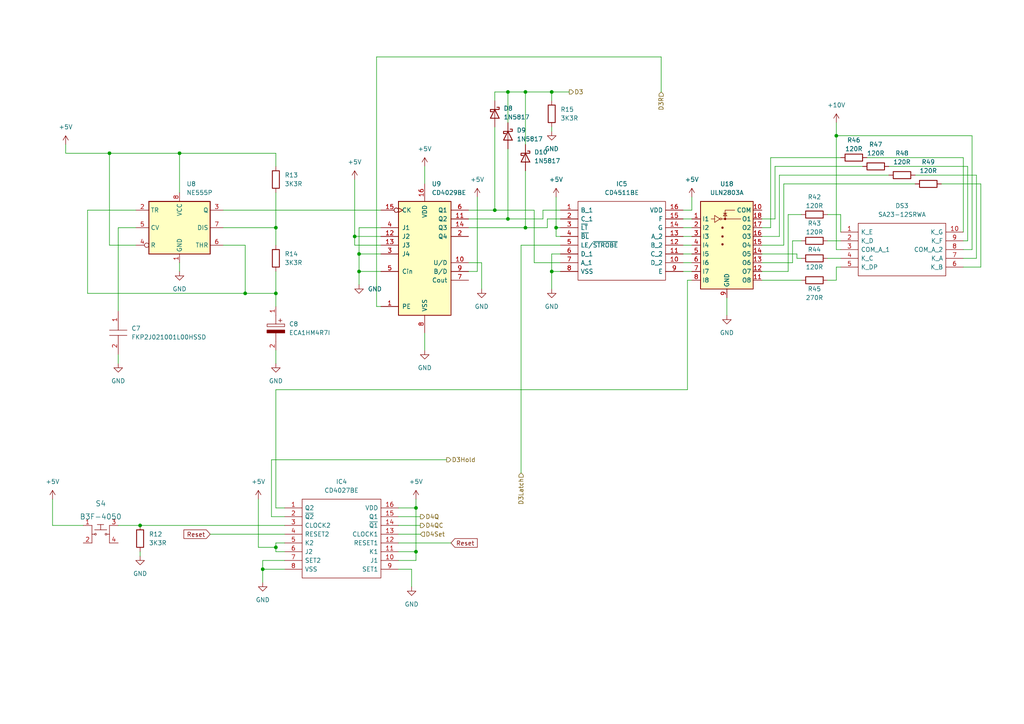
<source format=kicad_sch>
(kicad_sch (version 20211123) (generator eeschema)
  (paper "A4")
  (lib_symbols
    (symbol "4xxx:4029" (pin_names (offset 1.016))
      (property "Reference" "U" (at -7.62 16.51 0))
      (property "Value" "4029" (at -7.62 -19.05 0))
      (symbol "4029_1_0"
        (pin input line (at -12.7 -15.24 0) (length 5.08) (name "PE") (number "1"))
        (pin input line (at 12.7 -2.54 180) (length 5.08) (name "U/D") (number "10"))
        (pin output line (at 12.7 10.16 180) (length 5.08) (name "Q2") (number "11"))
        (pin input line (at -12.7 5.08 0) (length 5.08) (name "J2") (number "12"))
        (pin input line (at -12.7 2.54 0) (length 5.08) (name "J3") (number "13"))
        (pin output line (at 12.7 7.62 180) (length 5.08) (name "Q3") (number "14"))
        (pin input inverted_clock (at -12.7 12.7 0) (length 5.08) (name "CK") (number "15"))
        (pin power_in line (at 0 20.32 270) (length 5.08) (name "VDD") (number "16"))
        (pin output line (at 12.7 5.08 180) (length 5.08) (name "Q4") (number "2"))
        (pin input line (at -12.7 0 0) (length 5.08) (name "J4") (number "3"))
        (pin input line (at -12.7 7.62 0) (length 5.08) (name "J1") (number "4"))
        (pin input line (at -12.7 -5.08 0) (length 5.08) (name "Cin") (number "5"))
        (pin output line (at 12.7 12.7 180) (length 5.08) (name "Q1") (number "6"))
        (pin output line (at 12.7 -7.62 180) (length 5.08) (name "Cout") (number "7"))
        (pin power_in line (at 0 -22.86 90) (length 5.08) (name "VSS") (number "8"))
        (pin input line (at 12.7 -5.08 180) (length 5.08) (name "B/D") (number "9"))
      )
      (symbol "4029_1_1"
        (rectangle (start -7.62 15.24) (end 7.62 -17.78) (stroke (width 0.254)) (fill (type background)))
      )
    )
    (symbol "Device:R" (pin_numbers hide) (pin_names (offset 0))
      (property "Reference" "R" (at 2.032 0 90))
      (property "Value" "R" (at 0 0 90))
      (symbol "R_0_1"
        (rectangle (start -1.016 -2.54) (end 1.016 2.54) (stroke (width 0.254)))
      )
      (symbol "R_1_1"
        (pin passive line (at 0 3.81 270) (length 1.27) (name "~") (number "1"))
        (pin passive line (at 0 -3.81 90) (length 1.27) (name "~") (number "2"))
      )
    )
    (symbol "Diode:1N5817" (pin_numbers hide) (pin_names (offset 1.016) hide)
      (property "Reference" "D" (at 0 2.54 0))
      (property "Value" "1N5817" (at 0 -2.54 0))
      (symbol "1N5817_0_1"
        (polyline (pts (xy 1.27 0) (xy -1.27 0)))
        (polyline (pts (xy 1.27 1.27) (xy 1.27 -1.27) (xy -1.27 0) (xy 1.27 1.27)) (stroke (width 0.254)))
        (polyline (pts (xy -1.905 0.635) (xy -1.905 1.27) (xy -1.27 1.27) (xy -1.27 -1.27) (xy -0.635 -1.27) (xy -0.635 -0.635)) (stroke (width 0.254)))
      )
      (symbol "1N5817_1_1"
        (pin passive line (at -3.81 0 0) (length 2.54) (name "K") (number "1"))
        (pin passive line (at 3.81 0 180) (length 2.54) (name "A") (number "2"))
      )
    )
    (symbol "SamacSys_Parts:CD4027BE" (pin_names (offset 0.762))
      (property "Reference" "IC" (at 29.21 7.62 0))
      (property "Value" "CD4027BE" (at 29.21 5.08 0))
      (symbol "CD4027BE_0_0"
        (pin passive line (at 0 0 0) (length 5.08) (name "Q2") (number "1"))
        (pin passive line (at 33.02 -15.24 180) (length 5.08) (name "J1") (number "10"))
        (pin passive line (at 33.02 -12.7 180) (length 5.08) (name "K1") (number "11"))
        (pin passive line (at 33.02 -10.16 180) (length 5.08) (name "RESET1") (number "12"))
        (pin input line (at 33.02 -7.62 180) (length 5.08) (name "CLOCK1") (number "13"))
        (pin passive line (at 33.02 -5.08 180) (length 5.08) (name "~{Q1}") (number "14"))
        (pin passive line (at 33.02 -2.54 180) (length 5.08) (name "Q1") (number "15"))
        (pin power_in line (at 33.02 0 180) (length 5.08) (name "VDD") (number "16"))
        (pin passive line (at 0 -2.54 0) (length 5.08) (name "~{Q2}") (number "2"))
        (pin input line (at 0 -5.08 0) (length 5.08) (name "CLOCK2") (number "3"))
        (pin passive line (at 0 -7.62 0) (length 5.08) (name "RESET2") (number "4"))
        (pin passive line (at 0 -10.16 0) (length 5.08) (name "K2") (number "5"))
        (pin passive line (at 0 -12.7 0) (length 5.08) (name "J2") (number "6"))
        (pin passive line (at 0 -15.24 0) (length 5.08) (name "SET2") (number "7"))
        (pin power_in line (at 0 -17.78 0) (length 5.08) (name "VSS") (number "8"))
        (pin passive line (at 33.02 -17.78 180) (length 5.08) (name "SET1") (number "9"))
      )
      (symbol "CD4027BE_0_1"
        (polyline (pts (xy 5.08 2.54) (xy 27.94 2.54) (xy 27.94 -20.32) (xy 5.08 -20.32) (xy 5.08 2.54)) (stroke (width 0.1524)))
      )
    )
    (symbol "SamacSys_Parts:CD4511BE" (pin_names (offset 0.762))
      (property "Reference" "IC" (at 31.75 7.62 0))
      (property "Value" "CD4511BE" (at 31.75 5.08 0))
      (symbol "CD4511BE_0_0"
        (pin passive line (at 0 0 0) (length 5.08) (name "B_1") (number "1"))
        (pin passive line (at 35.56 -15.24 180) (length 5.08) (name "D_2") (number "10"))
        (pin passive line (at 35.56 -12.7 180) (length 5.08) (name "C_2") (number "11"))
        (pin passive line (at 35.56 -10.16 180) (length 5.08) (name "B_2") (number "12"))
        (pin passive line (at 35.56 -7.62 180) (length 5.08) (name "A_2") (number "13"))
        (pin passive line (at 35.56 -5.08 180) (length 5.08) (name "G") (number "14"))
        (pin passive line (at 35.56 -2.54 180) (length 5.08) (name "F") (number "15"))
        (pin passive line (at 35.56 0 180) (length 5.08) (name "VDD") (number "16"))
        (pin passive line (at 0 -2.54 0) (length 5.08) (name "C_1") (number "2"))
        (pin passive line (at 0 -5.08 0) (length 5.08) (name "~{LT}") (number "3"))
        (pin passive line (at 0 -7.62 0) (length 5.08) (name "~{BL}") (number "4"))
        (pin passive line (at 0 -10.16 0) (length 5.08) (name "LE/~{STROBE}") (number "5"))
        (pin passive line (at 0 -12.7 0) (length 5.08) (name "D_1") (number "6"))
        (pin passive line (at 0 -15.24 0) (length 5.08) (name "A_1") (number "7"))
        (pin passive line (at 0 -17.78 0) (length 5.08) (name "VSS") (number "8"))
        (pin passive line (at 35.56 -17.78 180) (length 5.08) (name "E") (number "9"))
      )
      (symbol "CD4511BE_0_1"
        (polyline (pts (xy 5.08 2.54) (xy 30.48 2.54) (xy 30.48 -20.32) (xy 5.08 -20.32) (xy 5.08 2.54)) (stroke (width 0.1524)))
      )
    )
    (symbol "SamacSys_Parts:ECA1HM4R7I" (pin_names (offset 0.762))
      (property "Reference" "C" (at 8.89 6.35 0))
      (property "Value" "ECA1HM4R7I" (at 8.89 3.81 0))
      (symbol "ECA1HM4R7I_0_0"
        (pin passive line (at 0 0 0) (length 2.54) (name "~") (number "1"))
        (pin passive line (at 12.7 0 180) (length 2.54) (name "~") (number "2"))
      )
      (symbol "ECA1HM4R7I_0_1"
        (polyline (pts (xy 2.54 0) (xy 5.08 0)) (stroke (width 0.1524)))
        (polyline (pts (xy 4.064 1.778) (xy 4.064 0.762)) (stroke (width 0.1524)))
        (polyline (pts (xy 4.572 1.27) (xy 3.556 1.27)) (stroke (width 0.1524)))
        (polyline (pts (xy 7.62 0) (xy 10.16 0)) (stroke (width 0.1524)))
        (polyline (pts (xy 5.08 2.54) (xy 5.08 -2.54) (xy 5.842 -2.54) (xy 5.842 2.54) (xy 5.08 2.54)) (stroke (width 0.1524)))
        (polyline (pts (xy 7.62 2.54) (xy 7.62 -2.54) (xy 6.858 -2.54) (xy 6.858 2.54) (xy 7.62 2.54)) (stroke (width 0.254)) (fill (type outline)))
      )
    )
    (symbol "SamacSys_Parts:FKP2J021001L00HSSD" (pin_names (offset 0.762))
      (property "Reference" "C" (at 8.89 6.35 0))
      (property "Value" "FKP2J021001L00HSSD" (at 8.89 3.81 0))
      (symbol "FKP2J021001L00HSSD_0_0"
        (pin passive line (at 0 0 0) (length 5.08) (name "~") (number "1"))
        (pin passive line (at 12.7 0 180) (length 5.08) (name "~") (number "2"))
      )
      (symbol "FKP2J021001L00HSSD_0_1"
        (polyline (pts (xy 5.08 0) (xy 5.588 0)) (stroke (width 0.1524)))
        (polyline (pts (xy 5.588 2.54) (xy 5.588 -2.54)) (stroke (width 0.1524)))
        (polyline (pts (xy 7.112 0) (xy 7.62 0)) (stroke (width 0.1524)))
        (polyline (pts (xy 7.112 2.54) (xy 7.112 -2.54)) (stroke (width 0.1524)))
      )
    )
    (symbol "Timer:NE555P"
      (property "Reference" "U" (at -10.16 8.89 0))
      (property "Value" "NE555P" (at 2.54 8.89 0))
      (symbol "NE555P_0_0"
        (pin power_in line (at 0 -10.16 90) (length 2.54) (name "GND") (number "1"))
        (pin power_in line (at 0 10.16 270) (length 2.54) (name "VCC") (number "8"))
      )
      (symbol "NE555P_0_1"
        (rectangle (start -8.89 -7.62) (end 8.89 7.62) (stroke (width 0.254)) (fill (type background)))
        (rectangle (start -8.89 -7.62) (end 8.89 7.62) (stroke (width 0.254)) (fill (type background)))
      )
      (symbol "NE555P_1_1"
        (pin input line (at -12.7 5.08 0) (length 3.81) (name "TR") (number "2"))
        (pin output line (at 12.7 5.08 180) (length 3.81) (name "Q") (number "3"))
        (pin input inverted (at -12.7 -5.08 0) (length 3.81) (name "R") (number "4"))
        (pin input line (at -12.7 0 0) (length 3.81) (name "CV") (number "5"))
        (pin input line (at 12.7 -5.08 180) (length 3.81) (name "THR") (number "6"))
        (pin input line (at 12.7 0 180) (length 3.81) (name "DIS") (number "7"))
      )
    )
    (symbol "Transistor_Array:ULN2803A"
      (property "Reference" "U" (at 0 13.335 0))
      (property "Value" "ULN2803A" (at 0 11.43 0))
      (symbol "ULN2803A_0_1"
        (rectangle (start -7.62 -15.24) (end 7.62 10.16) (stroke (width 0.254)) (fill (type background)))
        (circle (center -1.778 5.08) (radius 0.254))
        (circle (center -1.27 -2.286) (radius 0.254) (fill (type outline)))
        (circle (center -1.27 0) (radius 0.254) (fill (type outline)))
        (circle (center -1.27 2.54) (radius 0.254) (fill (type outline)))
        (circle (center -0.508 5.08) (radius 0.254) (fill (type outline)))
        (polyline (pts (xy -4.572 5.08) (xy -3.556 5.08)))
        (polyline (pts (xy -1.524 5.08) (xy 4.064 5.08)))
        (polyline (pts (xy 0 6.731) (xy -1.016 6.731)))
        (polyline (pts (xy -0.508 5.08) (xy -0.508 7.62) (xy 2.286 7.62)))
        (polyline (pts (xy -3.556 6.096) (xy -3.556 4.064) (xy -2.032 5.08) (xy -3.556 6.096)))
        (polyline (pts (xy 0 5.969) (xy -1.016 5.969) (xy -0.508 6.731) (xy 0 5.969)))
      )
      (symbol "ULN2803A_1_1"
        (pin input line (at -10.16 5.08 0) (length 2.54) (name "I1") (number "1"))
        (pin passive line (at 10.16 7.62 180) (length 2.54) (name "COM") (number "10"))
        (pin open_collector line (at 10.16 -12.7 180) (length 2.54) (name "O8") (number "11"))
        (pin open_collector line (at 10.16 -10.16 180) (length 2.54) (name "O7") (number "12"))
        (pin open_collector line (at 10.16 -7.62 180) (length 2.54) (name "O6") (number "13"))
        (pin open_collector line (at 10.16 -5.08 180) (length 2.54) (name "O5") (number "14"))
        (pin open_collector line (at 10.16 -2.54 180) (length 2.54) (name "O4") (number "15"))
        (pin open_collector line (at 10.16 0 180) (length 2.54) (name "O3") (number "16"))
        (pin open_collector line (at 10.16 2.54 180) (length 2.54) (name "O2") (number "17"))
        (pin open_collector line (at 10.16 5.08 180) (length 2.54) (name "O1") (number "18"))
        (pin input line (at -10.16 2.54 0) (length 2.54) (name "I2") (number "2"))
        (pin input line (at -10.16 0 0) (length 2.54) (name "I3") (number "3"))
        (pin input line (at -10.16 -2.54 0) (length 2.54) (name "I4") (number "4"))
        (pin input line (at -10.16 -5.08 0) (length 2.54) (name "I5") (number "5"))
        (pin input line (at -10.16 -7.62 0) (length 2.54) (name "I6") (number "6"))
        (pin input line (at -10.16 -10.16 0) (length 2.54) (name "I7") (number "7"))
        (pin input line (at -10.16 -12.7 0) (length 2.54) (name "I8") (number "8"))
        (pin power_in line (at 0 -17.78 90) (length 2.54) (name "GND") (number "9"))
      )
    )
    (symbol "dk_Tactile-Switches:B3F-1000" (pin_names (offset 1.016))
      (property "Reference" "S" (at 0 5.08 0))
      (property "Value" "B3F-1000" (at 0 -5.08 0))
      (symbol "B3F-1000_0_1"
        (circle (center -1.524 0) (radius 0.254))
        (polyline (pts (xy -2.54 2.54) (xy -2.54 -2.54)))
        (polyline (pts (xy -1.778 0) (xy -2.54 0)))
        (polyline (pts (xy -1.778 1.27) (xy 1.778 1.27)))
        (polyline (pts (xy 2.54 -2.54) (xy 2.54 2.54)))
        (polyline (pts (xy 2.54 0) (xy 1.778 0)))
        (circle (center 1.524 0) (radius 0.254))
      )
      (symbol "B3F-1000_1_1"
        (polyline (pts (xy -1.016 2.794) (xy 0.889 2.794)))
        (polyline (pts (xy 0 2.794) (xy 0 1.27)))
        (pin passive line (at -5.08 2.54 0) (length 2.54) (name "~") (number "1"))
        (pin passive line (at -5.08 -2.54 0) (length 2.54) (name "~") (number "2"))
        (pin passive line (at 5.08 2.54 180) (length 2.54) (name "~") (number "3"))
        (pin passive line (at 5.08 -2.54 180) (length 2.54) (name "~") (number "4"))
      )
    )
    (symbol "power:+10V" (power) (pin_names (offset 0))
      (property "Value" "+10V" (at 0 3.556 0))
      (symbol "+10V_0_1"
        (polyline (pts (xy -0.762 1.27) (xy 0 2.54)))
        (polyline (pts (xy 0 0) (xy 0 2.54)))
        (polyline (pts (xy 0 2.54) (xy 0.762 1.27)))
      )
      (symbol "+10V_1_1"
        (pin power_in line (at 0 0 90) (length 0) hide (name "+10V") (number "1"))
      )
    )
    (symbol "power:+5V" (power) (pin_names (offset 0))
      (property "Value" "+5V" (at 0 3.556 0))
      (symbol "+5V_0_1"
        (polyline (pts (xy -0.762 1.27) (xy 0 2.54)))
        (polyline (pts (xy 0 0) (xy 0 2.54)))
        (polyline (pts (xy 0 2.54) (xy 0.762 1.27)))
      )
      (symbol "+5V_1_1"
        (pin power_in line (at 0 0 90) (length 0) hide (name "+5V") (number "1"))
      )
    )
    (symbol "power:GND" (power) (pin_names (offset 0))
      (property "Value" "GND" (at 0 -3.81 0))
      (symbol "GND_0_1"
        (polyline (pts (xy 0 0) (xy 0 -1.27) (xy 1.27 -1.27) (xy 0 -2.54) (xy -1.27 -1.27) (xy 0 -1.27)))
      )
      (symbol "GND_1_1"
        (pin power_in line (at 0 0 270) (length 0) hide (name "GND") (number "1"))
      )
    )
    (symbol "self:SA23-12SRWA" (pin_names (offset 0.762))
      (property "Reference" "DS2" (at 17.78 7.62 0))
      (property "Value" "SA23-12SRWA" (at 17.78 5.08 0))
      (symbol "SA23-12SRWA_0_0"
        (pin passive line (at 0 0 0) (length 5.08) (name "K_E") (number "1"))
        (pin passive line (at 35.56 0 180) (length 5.08) (name "K_G") (number "10"))
        (pin passive line (at 0 -2.54 0) (length 5.08) (name "K_D") (number "2"))
        (pin passive line (at 0 -5.08 0) (length 5.08) (name "COM_A_1") (number "3"))
        (pin passive line (at 0 -7.62 0) (length 5.08) (name "K_C") (number "4"))
        (pin passive line (at 0 -10.16 0) (length 5.08) (name "K_DP") (number "5"))
        (pin passive line (at 35.56 -10.16 180) (length 5.08) (name "K_B") (number "6"))
        (pin passive line (at 35.56 -7.62 180) (length 5.08) (name "K_A") (number "7"))
        (pin passive line (at 35.56 -5.08 180) (length 5.08) (name "COM_A_2") (number "8"))
        (pin passive line (at 35.56 -2.54 180) (length 5.08) (name "K_F") (number "9"))
      )
      (symbol "SA23-12SRWA_0_1"
        (polyline (pts (xy 5.08 2.54) (xy 30.48 2.54) (xy 30.48 -12.7) (xy 5.08 -12.7) (xy 5.08 2.54)) (stroke (width 0.1524)))
      )
    )
  )
  (junction (at 160.02 26.67))
  (junction (at 104.14 73.66))
  (junction (at 152.4 66.04))
  (junction (at 80.01 158.75))
  (junction (at 102.87 68.58))
  (junction (at 52.07 44.45))
  (junction (at 80.01 85.09))
  (junction (at 152.4 26.67))
  (junction (at 143.51 60.96))
  (junction (at 80.01 66.04))
  (junction (at 76.2 165.1))
  (junction (at 40.64 152.4))
  (junction (at 161.29 66.04))
  (junction (at 120.65 160.02))
  (junction (at 160.02 78.74))
  (junction (at 71.12 85.09))
  (junction (at 120.65 147.32))
  (junction (at 104.14 78.74))
  (junction (at 147.32 26.67))
  (junction (at 31.75 44.45))
  (junction (at 242.57 39.37))
  (junction (at 147.32 63.5))
  (wire (pts (xy 147.32 26.67) (xy 152.4 26.67)))
  (wire (pts (xy 242.57 39.37) (xy 242.57 72.39)))
  (wire (pts (xy 80.01 66.04) (xy 80.01 71.12)))
  (wire (pts (xy 152.4 26.67) (xy 160.02 26.67)))
  (wire (pts (xy 135.89 60.96) (xy 143.51 60.96)))
  (wire (pts (xy 104.14 78.74) (xy 110.49 78.74)))
  (wire (pts (xy 226.06 50.8) (xy 226.06 68.58)))
  (wire (pts (xy 231.14 73.66) (xy 220.98 73.66)))
  (wire (pts (xy 34.29 152.4) (xy 40.64 152.4)))
  (wire (pts (xy 220.98 66.04) (xy 223.52 66.04)))
  (wire (pts (xy 250.19 48.26) (xy 224.79 48.26)))
  (wire (pts (xy 158.75 63.5) (xy 162.56 63.5)))
  (wire (pts (xy 80.01 85.09) (xy 71.12 85.09)))
  (wire (pts (xy 223.52 45.72) (xy 223.52 66.04)))
  (wire (pts (xy 52.07 44.45) (xy 52.07 55.88)))
  (wire (pts (xy 161.29 66.04) (xy 162.56 66.04)))
  (wire (pts (xy 115.57 152.4) (xy 121.92 152.4)))
  (wire (pts (xy 115.57 157.48) (xy 130.81 157.48)))
  (wire (pts (xy 283.21 50.8) (xy 265.43 50.8)))
  (wire (pts (xy 152.4 41.91) (xy 152.4 26.67)))
  (wire (pts (xy 227.33 53.34) (xy 227.33 71.12)))
  (wire (pts (xy 109.22 16.51) (xy 109.22 88.9)))
  (wire (pts (xy 80.01 78.74) (xy 80.01 85.09)))
  (wire (pts (xy 160.02 78.74) (xy 160.02 83.82)))
  (wire (pts (xy 229.87 76.2) (xy 220.98 76.2)))
  (wire (pts (xy 199.39 81.28) (xy 199.39 113.03)))
  (wire (pts (xy 232.41 62.23) (xy 228.6 62.23)))
  (wire (pts (xy 52.07 44.45) (xy 80.01 44.45)))
  (wire (pts (xy 147.32 35.56) (xy 147.32 26.67)))
  (wire (pts (xy 220.98 81.28) (xy 232.41 81.28)))
  (wire (pts (xy 102.87 52.07) (xy 102.87 68.58)))
  (wire (pts (xy 71.12 71.12) (xy 71.12 85.09)))
  (wire (pts (xy 123.19 48.26) (xy 123.19 53.34)))
  (wire (pts (xy 119.38 170.18) (xy 119.38 165.1)))
  (wire (pts (xy 120.65 147.32) (xy 120.65 160.02)))
  (wire (pts (xy 78.74 133.35) (xy 78.74 149.86)))
  (wire (pts (xy 138.43 78.74) (xy 135.89 78.74)))
  (wire (pts (xy 280.67 48.26) (xy 257.81 48.26)))
  (wire (pts (xy 80.01 147.32) (xy 80.01 113.03)))
  (wire (pts (xy 19.05 44.45) (xy 31.75 44.45)))
  (wire (pts (xy 52.07 76.2) (xy 52.07 78.74)))
  (wire (pts (xy 15.24 152.4) (xy 24.13 152.4)))
  (wire (pts (xy 161.29 68.58) (xy 161.29 66.04)))
  (wire (pts (xy 200.66 60.96) (xy 198.12 60.96)))
  (wire (pts (xy 147.32 43.18) (xy 147.32 63.5)))
  (wire (pts (xy 64.77 60.96) (xy 110.49 60.96)))
  (wire (pts (xy 120.65 160.02) (xy 120.65 162.56)))
  (wire (pts (xy 76.2 165.1) (xy 82.55 165.1)))
  (wire (pts (xy 242.57 77.47) (xy 243.84 77.47)))
  (wire (pts (xy 162.56 68.58) (xy 161.29 68.58)))
  (wire (pts (xy 279.4 74.93) (xy 283.21 74.93)))
  (wire (pts (xy 135.89 66.04) (xy 152.4 66.04)))
  (wire (pts (xy 200.66 76.2) (xy 198.12 76.2)))
  (wire (pts (xy 281.94 39.37) (xy 242.57 39.37)))
  (wire (pts (xy 80.01 160.02) (xy 82.55 160.02)))
  (wire (pts (xy 80.01 85.09) (xy 80.01 88.9)))
  (wire (pts (xy 120.65 162.56) (xy 115.57 162.56)))
  (wire (pts (xy 102.87 71.12) (xy 102.87 68.58)))
  (wire (pts (xy 143.51 29.21) (xy 143.51 26.67)))
  (wire (pts (xy 64.77 66.04) (xy 80.01 66.04)))
  (wire (pts (xy 143.51 26.67) (xy 147.32 26.67)))
  (wire (pts (xy 31.75 71.12) (xy 31.75 44.45)))
  (wire (pts (xy 19.05 41.91) (xy 19.05 44.45)))
  (wire (pts (xy 220.98 71.12) (xy 227.33 71.12)))
  (wire (pts (xy 39.37 71.12) (xy 31.75 71.12)))
  (wire (pts (xy 231.14 74.93) (xy 231.14 73.66)))
  (wire (pts (xy 240.03 81.28) (xy 242.57 81.28)))
  (wire (pts (xy 265.43 53.34) (xy 227.33 53.34)))
  (wire (pts (xy 76.2 165.1) (xy 76.2 162.56)))
  (wire (pts (xy 220.98 63.5) (xy 224.79 63.5)))
  (wire (pts (xy 40.64 160.02) (xy 40.64 161.29)))
  (wire (pts (xy 243.84 74.93) (xy 240.03 74.93)))
  (wire (pts (xy 228.6 62.23) (xy 228.6 78.74)))
  (wire (pts (xy 160.02 26.67) (xy 165.1 26.67)))
  (wire (pts (xy 115.57 165.1) (xy 119.38 165.1)))
  (wire (pts (xy 71.12 85.09) (xy 25.4 85.09)))
  (wire (pts (xy 102.87 68.58) (xy 110.49 68.58)))
  (wire (pts (xy 151.13 71.12) (xy 151.13 137.16)))
  (wire (pts (xy 242.57 35.56) (xy 242.57 39.37)))
  (wire (pts (xy 115.57 149.86) (xy 121.92 149.86)))
  (wire (pts (xy 229.87 69.85) (xy 229.87 76.2)))
  (wire (pts (xy 243.84 69.85) (xy 240.03 69.85)))
  (wire (pts (xy 147.32 63.5) (xy 157.48 63.5)))
  (wire (pts (xy 139.7 76.2) (xy 135.89 76.2)))
  (wire (pts (xy 110.49 88.9) (xy 109.22 88.9)))
  (wire (pts (xy 152.4 66.04) (xy 158.75 66.04)))
  (wire (pts (xy 40.64 152.4) (xy 82.55 152.4)))
  (wire (pts (xy 80.01 44.45) (xy 80.01 48.26)))
  (wire (pts (xy 232.41 74.93) (xy 231.14 74.93)))
  (wire (pts (xy 200.66 57.15) (xy 200.66 60.96)))
  (wire (pts (xy 158.75 66.04) (xy 158.75 63.5)))
  (wire (pts (xy 200.66 66.04) (xy 198.12 66.04)))
  (wire (pts (xy 74.93 158.75) (xy 80.01 158.75)))
  (wire (pts (xy 232.41 69.85) (xy 229.87 69.85)))
  (wire (pts (xy 224.79 48.26) (xy 224.79 63.5)))
  (wire (pts (xy 284.48 53.34) (xy 273.05 53.34)))
  (wire (pts (xy 200.66 63.5) (xy 198.12 63.5)))
  (wire (pts (xy 74.93 144.78) (xy 74.93 158.75)))
  (wire (pts (xy 64.77 71.12) (xy 71.12 71.12)))
  (wire (pts (xy 78.74 133.35) (xy 129.54 133.35)))
  (wire (pts (xy 143.51 36.83) (xy 143.51 60.96)))
  (wire (pts (xy 34.29 66.04) (xy 39.37 66.04)))
  (wire (pts (xy 157.48 63.5) (xy 157.48 60.96)))
  (wire (pts (xy 25.4 85.09) (xy 25.4 60.96)))
  (wire (pts (xy 243.84 45.72) (xy 223.52 45.72)))
  (wire (pts (xy 104.14 82.55) (xy 104.14 78.74)))
  (wire (pts (xy 281.94 72.39) (xy 281.94 39.37)))
  (wire (pts (xy 110.49 66.04) (xy 104.14 66.04)))
  (wire (pts (xy 80.01 101.6) (xy 80.01 105.41)))
  (wire (pts (xy 191.77 16.51) (xy 191.77 26.67)))
  (wire (pts (xy 243.84 62.23) (xy 243.84 67.31)))
  (wire (pts (xy 143.51 60.96) (xy 154.94 60.96)))
  (wire (pts (xy 104.14 66.04) (xy 104.14 73.66)))
  (wire (pts (xy 242.57 81.28) (xy 242.57 77.47)))
  (wire (pts (xy 80.01 113.03) (xy 199.39 113.03)))
  (wire (pts (xy 25.4 60.96) (xy 39.37 60.96)))
  (wire (pts (xy 160.02 73.66) (xy 160.02 78.74)))
  (wire (pts (xy 200.66 68.58) (xy 198.12 68.58)))
  (wire (pts (xy 31.75 44.45) (xy 52.07 44.45)))
  (wire (pts (xy 138.43 57.15) (xy 138.43 78.74)))
  (wire (pts (xy 161.29 57.15) (xy 161.29 66.04)))
  (wire (pts (xy 15.24 144.78) (xy 15.24 152.4)))
  (wire (pts (xy 120.65 144.78) (xy 120.65 147.32)))
  (wire (pts (xy 242.57 72.39) (xy 243.84 72.39)))
  (wire (pts (xy 220.98 68.58) (xy 226.06 68.58)))
  (wire (pts (xy 76.2 165.1) (xy 76.2 168.91)))
  (wire (pts (xy 135.89 63.5) (xy 147.32 63.5)))
  (wire (pts (xy 120.65 160.02) (xy 115.57 160.02)))
  (wire (pts (xy 191.77 16.51) (xy 109.22 16.51)))
  (wire (pts (xy 281.94 72.39) (xy 279.4 72.39)))
  (wire (pts (xy 151.13 71.12) (xy 162.56 71.12)))
  (wire (pts (xy 120.65 147.32) (xy 115.57 147.32)))
  (wire (pts (xy 280.67 69.85) (xy 280.67 48.26)))
  (wire (pts (xy 160.02 78.74) (xy 162.56 78.74)))
  (wire (pts (xy 82.55 149.86) (xy 78.74 149.86)))
  (wire (pts (xy 200.66 81.28) (xy 199.39 81.28)))
  (wire (pts (xy 104.14 73.66) (xy 110.49 73.66)))
  (wire (pts (xy 82.55 147.32) (xy 80.01 147.32)))
  (wire (pts (xy 279.4 67.31) (xy 279.4 45.72)))
  (wire (pts (xy 80.01 158.75) (xy 80.01 160.02)))
  (wire (pts (xy 162.56 73.66) (xy 160.02 73.66)))
  (wire (pts (xy 200.66 78.74) (xy 198.12 78.74)))
  (wire (pts (xy 34.29 102.87) (xy 34.29 105.41)))
  (wire (pts (xy 76.2 162.56) (xy 82.55 162.56)))
  (wire (pts (xy 115.57 154.94) (xy 121.92 154.94)))
  (wire (pts (xy 154.94 60.96) (xy 154.94 76.2)))
  (wire (pts (xy 210.82 86.36) (xy 210.82 91.44)))
  (wire (pts (xy 284.48 77.47) (xy 284.48 53.34)))
  (wire (pts (xy 279.4 69.85) (xy 280.67 69.85)))
  (wire (pts (xy 82.55 157.48) (xy 80.01 157.48)))
  (wire (pts (xy 80.01 55.88) (xy 80.01 66.04)))
  (wire (pts (xy 160.02 36.83) (xy 160.02 38.1)))
  (wire (pts (xy 34.29 90.17) (xy 34.29 66.04)))
  (wire (pts (xy 80.01 157.48) (xy 80.01 158.75)))
  (wire (pts (xy 157.48 60.96) (xy 162.56 60.96)))
  (wire (pts (xy 60.96 154.94) (xy 82.55 154.94)))
  (wire (pts (xy 104.14 78.74) (xy 104.14 73.66)))
  (wire (pts (xy 283.21 74.93) (xy 283.21 50.8)))
  (wire (pts (xy 228.6 78.74) (xy 220.98 78.74)))
  (wire (pts (xy 200.66 71.12) (xy 198.12 71.12)))
  (wire (pts (xy 279.4 45.72) (xy 251.46 45.72)))
  (wire (pts (xy 200.66 73.66) (xy 198.12 73.66)))
  (wire (pts (xy 160.02 26.67) (xy 160.02 29.21)))
  (wire (pts (xy 257.81 50.8) (xy 226.06 50.8)))
  (wire (pts (xy 139.7 76.2) (xy 139.7 83.82)))
  (wire (pts (xy 243.84 62.23) (xy 240.03 62.23)))
  (wire (pts (xy 279.4 77.47) (xy 284.48 77.47)))
  (wire (pts (xy 123.19 96.52) (xy 123.19 101.6)))
  (wire (pts (xy 154.94 76.2) (xy 162.56 76.2)))
  (wire (pts (xy 110.49 71.12) (xy 102.87 71.12)))
  (wire (pts (xy 152.4 49.53) (xy 152.4 66.04)))
  (global_label "Reset" (shape input) (at 60.96 154.94 180) (property "Intersheet References" "${INTERSHEET_REFS}" (effects hide)))
  (global_label "Reset" (shape input) (at 130.81 157.48 0) (property "Intersheet References" "${INTERSHEET_REFS}" (effects hide)))
  (hierarchical_label "D4Set" (shape input) (at 121.92 154.94 0))
  (hierarchical_label "D3R" (shape input) (at 191.77 26.67 270))
  (hierarchical_label "D3" (shape output) (at 165.1 26.67 0))
  (hierarchical_label "D3Latch" (shape input) (at 151.13 137.16 270))
  (hierarchical_label "D4QC" (shape output) (at 121.92 152.4 0))
  (hierarchical_label "D3Hold" (shape output) (at 129.54 133.35 0))
  (hierarchical_label "D4Q" (shape output) (at 121.92 149.86 0))
  (symbol (lib_id "Diode:1N5817") (at 147.32 39.37 270) (unit 1)
    (property "Reference" "D9" (at 149.86 37.7824 90) (effects (justify left)))
    (property "Value" "1N5817" (at 149.86 40.3224 90) (effects (justify left)))
    (property "Footprint" "Diode_THT:D_DO-41_SOD81_P10.16mm_Horizontal" (effects hide))
    (property "Datasheet" "http://www.vishay.com/docs/88525/1n5817.pdf" (effects hide))
  )
  (symbol (lib_id "Device:R") (at 80.01 52.07 0) (unit 1)
    (property "Reference" "R13" (at 82.55 50.7999 0) (effects (justify left)))
    (property "Value" "3K3R" (at 82.55 53.3399 0) (effects (justify left)))
    (property "Footprint" "Resistor_THT:R_Axial_DIN0207_L6.3mm_D2.5mm_P10.16mm_Horizontal" (effects hide))
  )
  (symbol (lib_id "power:+5V") (at 15.24 144.78 0) (unit 1)
    (property "Reference" "#PWR0151" (effects hide))
    (property "Value" "+5V" (at 15.24 139.7 0))
  )
  (symbol (lib_id "self:SA23-12SRWA") (at 243.84 67.31 0) (unit 1)
    (property "Reference" "DS3" (at 261.62 59.69 0))
    (property "Value" "SA23-12SRWA" (at 261.62 62.23 0))
    (property "Footprint" "SamacSys_Parts:SC2312SRWA" (effects hide))
    (property "Datasheet" "https://www.kingbrightusa.com/images/catalog/SPEC/SC23-12SRWA.pdf" (effects hide))
    (property "Description" "Display Modules - LED Character and Numeric Red 7-Segment 1 Character Common Cathode 7.4V 20mA 2.756\" H x 1.890\" W x 0.472\" D (70.00mm x 48.00mm x 12.00mm) 10-DIP (2.367\", 60.10mm)" (effects hide))
    (property "Height" "12.25" (effects hide))
    (property "Manufacturer_Name" "Kingbright" (effects hide))
    (property "Manufacturer_Part_Number" "SC23-12SRWA" (effects hide))
    (property "Mouser Part Number" "604-SC23-12SRWA" (effects hide))
    (property "Mouser Price/Stock" "https://www.mouser.co.uk/ProductDetail/Kingbright/SC23-12SRWA?qs=DkZGzo4b%252BTJnYJk9gmZJXA%3D%3D" (effects hide))
  )
  (symbol (lib_id "power:+5V") (at 161.29 57.15 0) (unit 1)
    (property "Reference" "#PWR0154" (effects hide))
    (property "Value" "+5V" (at 161.29 52.07 0))
  )
  (symbol (lib_id "SamacSys_Parts:FKP2J021001L00HSSD") (at 34.29 90.17 270) (unit 1)
    (property "Reference" "C7" (at 38.1 95.2499 90) (effects (justify left)))
    (property "Value" "FKP2J021001L00HSSD" (at 38.1 97.7899 90) (effects (justify left)))
    (property "Footprint" "FKP2J021001L00HSSD" (effects hide))
    (property "Datasheet" "https://componentsearchengine.com/Datasheets/1/FKP2J021001L00HSSD.pdf" (effects hide))
    (property "Description" "WIMA - FKP2J021001L00HSSD - CAP, 0.01F, 630V, 3%, PP" (effects hide))
    (property "Height" "10" (effects hide))
    (property "Manufacturer_Name" "WIMA" (effects hide))
    (property "Manufacturer_Part_Number" "FKP2J021001L00HSSD" (effects hide))
    (property "Mouser Part Number" "505-FKP2J021001L00HS" (effects hide))
    (property "Mouser Price/Stock" "https://www.mouser.co.uk/ProductDetail/WIMA/FKP2J021001L00HSSD?qs=WI052HLiD5jG%252BEIGvQYLQw%3D%3D" (effects hide))
  )
  (symbol (lib_id "power:GND") (at 139.7 83.82 0) (unit 1)
    (property "Reference" "#PWR0160" (effects hide))
    (property "Value" "GND" (at 139.7 88.9 0))
  )
  (symbol (lib_id "Device:R") (at 80.01 74.93 0) (unit 1)
    (property "Reference" "R14" (at 82.55 73.6599 0) (effects (justify left)))
    (property "Value" "3K3R" (at 82.55 76.1999 0) (effects (justify left)))
    (property "Footprint" "Resistor_THT:R_Axial_DIN0207_L6.3mm_D2.5mm_P10.16mm_Horizontal" (effects hide))
  )
  (symbol (lib_id "SamacSys_Parts:CD4027BE") (at 82.55 147.32 0) (unit 1)
    (property "Reference" "IC4" (at 99.06 139.7 0))
    (property "Value" "CD4027BE" (at 99.06 142.24 0))
    (property "Footprint" "DIP794W53P254L1930H508Q16N" (effects hide))
    (property "Datasheet" "http://www.ti.com/lit/ds/symlink/cd4027b.pdf" (effects hide))
    (property "Description" "CD4027BE, Dual J-K Type Flip Flop 3  18 V 16-Pin PDIP" (effects hide))
    (property "Height" "5.08" (effects hide))
    (property "Manufacturer_Name" "Texas Instruments" (effects hide))
    (property "Manufacturer_Part_Number" "CD4027BE" (effects hide))
    (property "Mouser Part Number" "595-CD4027BE" (effects hide))
    (property "Mouser Price/Stock" "https://www.mouser.co.uk/ProductDetail/Texas-Instruments/CD4027BE?qs=nMmhAzRCgdBAU0RPgOaejQ%3D%3D" (effects hide))
    (property "Arrow Part Number" "CD4027BE" (effects hide))
    (property "Arrow Price/Stock" "https://www.arrow.com/en/products/cd4027be/texas-instruments?region=nac" (effects hide))
  )
  (symbol (lib_id "Device:R") (at 236.22 74.93 90) (unit 1)
    (property "Reference" "R44" (at 236.22 72.39 90))
    (property "Value" "120R" (at 236.22 77.47 90))
    (property "Footprint" "Resistor_THT:R_Axial_DIN0207_L6.3mm_D2.5mm_P10.16mm_Horizontal" (effects hide))
  )
  (symbol (lib_id "power:+5V") (at 19.05 41.91 0) (unit 1)
    (property "Reference" "#PWR0158" (effects hide))
    (property "Value" "+5V" (at 19.05 36.83 0))
  )
  (symbol (lib_id "power:GND") (at 76.2 168.91 0) (unit 1)
    (property "Reference" "#PWR0164" (effects hide))
    (property "Value" "GND" (at 76.2 173.99 0))
  )
  (symbol (lib_id "Diode:1N5817") (at 152.4 45.72 270) (unit 1)
    (property "Reference" "D10" (at 154.94 44.1324 90) (effects (justify left)))
    (property "Value" "1N5817" (at 154.94 46.6724 90) (effects (justify left)))
    (property "Footprint" "Diode_THT:D_DO-41_SOD81_P10.16mm_Horizontal" (effects hide))
    (property "Datasheet" "http://www.vishay.com/docs/88525/1n5817.pdf" (effects hide))
  )
  (symbol (lib_id "Device:R") (at 40.64 156.21 0) (unit 1)
    (property "Reference" "R12" (at 43.18 154.9399 0) (effects (justify left)))
    (property "Value" "3K3R" (at 43.18 157.4799 0) (effects (justify left)))
    (property "Footprint" "Resistor_THT:R_Axial_DIN0207_L6.3mm_D2.5mm_P10.16mm_Horizontal" (effects hide))
  )
  (symbol (lib_id "dk_Tactile-Switches:B3F-1000") (at 29.21 154.94 0) (unit 1)
    (property "Reference" "S4" (at 29.21 146.05 0) (effects (font (size 1.524 1.524))))
    (property "Value" "B3F-4050" (at 29.21 149.86 0) (effects (font (size 1.524 1.524))))
    (property "Footprint" "SamacSys_Parts:B3F4050" (effects hide))
    (property "Datasheet" "https://omronfs.omron.com/en_US/ecb/products/pdf/en-b3f.pdf" (effects hide))
    (property "Digi-Key_PN" "SW400-ND" (effects hide))
    (property "MPN" "B3F-1000" (effects hide))
    (property "Category" "Switches" (effects hide))
    (property "Family" "Tactile Switches" (effects hide))
    (property "DK_Datasheet_Link" "https://omronfs.omron.com/en_US/ecb/products/pdf/en-b3f.pdf" (effects hide))
    (property "DK_Detail_Page" "/product-detail/en/omron-electronics-inc-emc-div/B3F-1000/SW400-ND/33150" (effects hide))
    (property "Description" "SWITCH TACTILE SPST-NO 0.05A 24V" (effects hide))
    (property "Manufacturer" "Omron Electronics Inc-EMC Div" (effects hide))
    (property "Status" "Active" (effects hide))
  )
  (symbol (lib_id "power:+5V") (at 102.87 52.07 0) (unit 1)
    (property "Reference" "#PWR0156" (effects hide))
    (property "Value" "+5V" (at 102.87 46.99 0))
  )
  (symbol (lib_id "Device:R") (at 236.22 69.85 90) (unit 1)
    (property "Reference" "R43" (at 236.22 64.77 90))
    (property "Value" "120R" (at 236.22 67.31 90))
    (property "Footprint" "Resistor_THT:R_Axial_DIN0207_L6.3mm_D2.5mm_P10.16mm_Horizontal" (effects hide))
  )
  (symbol (lib_id "power:+5V") (at 123.19 48.26 0) (unit 1)
    (property "Reference" "#PWR0152" (effects hide))
    (property "Value" "+5V" (at 123.19 43.18 0))
  )
  (symbol (lib_id "Device:R") (at 269.24 53.34 90) (unit 1)
    (property "Reference" "R49" (at 269.24 46.99 90))
    (property "Value" "120R" (at 269.24 49.53 90))
    (property "Footprint" "Resistor_THT:R_Axial_DIN0207_L6.3mm_D2.5mm_P10.16mm_Horizontal" (effects hide))
  )
  (symbol (lib_id "SamacSys_Parts:CD4511BE") (at 162.56 60.96 0) (unit 1)
    (property "Reference" "IC5" (at 180.34 53.34 0))
    (property "Value" "CD4511BE" (at 180.34 55.88 0))
    (property "Footprint" "DIP794W53P254L1930H508Q16N" (effects hide))
    (property "Datasheet" "http://www.ti.com/lit/gpn/cd4511b" (effects hide))
    (property "Description" "CMOS BCD-to-7-Segment LED Latch Decoder Drivers" (effects hide))
    (property "Height" "5.08" (effects hide))
    (property "Manufacturer_Name" "Texas Instruments" (effects hide))
    (property "Manufacturer_Part_Number" "CD4511BE" (effects hide))
    (property "Mouser Part Number" "595-CD4511BE" (effects hide))
    (property "Mouser Price/Stock" "https://www.mouser.co.uk/ProductDetail/Texas-Instruments/CD4511BE?qs=pt%2FIv5r0EPdhGGYgwfpYEw%3D%3D" (effects hide))
    (property "Arrow Part Number" "CD4511BE" (effects hide))
    (property "Arrow Price/Stock" "https://www.arrow.com/en/products/cd4511be/texas-instruments?region=nac" (effects hide))
  )
  (symbol (lib_id "Diode:1N5817") (at 143.51 33.02 270) (unit 1)
    (property "Reference" "D8" (at 146.05 31.4324 90) (effects (justify left)))
    (property "Value" "1N5817" (at 146.05 33.9724 90) (effects (justify left)))
    (property "Footprint" "Diode_THT:D_DO-41_SOD81_P10.16mm_Horizontal" (effects hide))
    (property "Datasheet" "http://www.vishay.com/docs/88525/1n5817.pdf" (effects hide))
  )
  (symbol (lib_id "power:GND") (at 34.29 105.41 0) (unit 1)
    (property "Reference" "#PWR0150" (effects hide))
    (property "Value" "GND" (at 34.29 110.49 0))
  )
  (symbol (lib_id "Device:R") (at 236.22 62.23 90) (unit 1)
    (property "Reference" "R42" (at 236.22 57.15 90))
    (property "Value" "120R" (at 236.22 59.69 90))
    (property "Footprint" "Resistor_THT:R_Axial_DIN0207_L6.3mm_D2.5mm_P10.16mm_Horizontal" (effects hide))
  )
  (symbol (lib_id "power:GND") (at 119.38 170.18 0) (unit 1)
    (property "Reference" "#PWR0167" (effects hide))
    (property "Value" "GND" (at 119.38 175.26 0))
  )
  (symbol (lib_id "power:+5V") (at 200.66 57.15 0) (unit 1)
    (property "Reference" "#PWR08" (effects hide))
    (property "Value" "+5V" (at 200.66 52.07 0))
  )
  (symbol (lib_id "power:+5V") (at 74.93 144.78 0) (unit 1)
    (property "Reference" "#PWR0165" (effects hide))
    (property "Value" "+5V" (at 74.93 139.7 0))
  )
  (symbol (lib_id "power:GND") (at 160.02 38.1 0) (unit 1)
    (property "Reference" "#PWR0155" (effects hide))
    (property "Value" "GND" (at 160.02 43.18 0))
  )
  (symbol (lib_id "Device:R") (at 254 48.26 90) (unit 1)
    (property "Reference" "R47" (at 254 41.91 90))
    (property "Value" "120R" (at 254 44.45 90))
    (property "Footprint" "Resistor_THT:R_Axial_DIN0207_L6.3mm_D2.5mm_P10.16mm_Horizontal" (effects hide))
  )
  (symbol (lib_id "power:+5V") (at 120.65 144.78 0) (unit 1)
    (property "Reference" "#PWR0166" (effects hide))
    (property "Value" "+5V" (at 120.65 139.7 0))
  )
  (symbol (lib_id "power:GND") (at 80.01 105.41 0) (unit 1)
    (property "Reference" "#PWR0149" (effects hide))
    (property "Value" "GND" (at 80.01 110.49 0))
  )
  (symbol (lib_id "power:GND") (at 160.02 83.82 0) (unit 1)
    (property "Reference" "#PWR0159" (effects hide))
    (property "Value" "GND" (at 160.02 88.9 0))
  )
  (symbol (lib_id "Device:R") (at 236.22 81.28 90) (unit 1)
    (property "Reference" "R45" (at 236.22 83.82 90))
    (property "Value" "270R" (at 236.22 86.36 90))
    (property "Footprint" "Resistor_THT:R_Axial_DIN0207_L6.3mm_D2.5mm_P10.16mm_Horizontal" (effects hide))
  )
  (symbol (lib_id "4xxx:4029") (at 123.19 73.66 0) (unit 1)
    (property "Reference" "U9" (at 125.2094 53.34 0) (effects (justify left)))
    (property "Value" "CD4029BE" (at 125.2094 55.88 0) (effects (justify left)))
    (property "Footprint" "SamacSys_Parts_Legacy:DIP794W53P254L1930H508Q16N" (effects hide))
    (property "Datasheet" "http://www.intersil.com/content/dam/Intersil/documents/cd40/cd4029bms.pdf" (effects hide))
  )
  (symbol (lib_id "power:+5V") (at 138.43 57.15 0) (unit 1)
    (property "Reference" "#PWR0153" (effects hide))
    (property "Value" "+5V" (at 138.43 52.07 0))
  )
  (symbol (lib_id "Device:R") (at 247.65 45.72 90) (unit 1)
    (property "Reference" "R46" (at 247.65 40.64 90))
    (property "Value" "120R" (at 247.65 43.18 90))
    (property "Footprint" "Resistor_THT:R_Axial_DIN0207_L6.3mm_D2.5mm_P10.16mm_Horizontal" (effects hide))
  )
  (symbol (lib_id "power:+10V") (at 242.57 35.56 0) (unit 1)
    (property "Reference" "#PWR09" (effects hide))
    (property "Value" "+10V" (at 242.57 30.48 0))
  )
  (symbol (lib_id "power:GND") (at 210.82 91.44 0) (unit 1)
    (property "Reference" "#PWR0148" (effects hide))
    (property "Value" "GND" (at 210.82 96.52 0))
  )
  (symbol (lib_id "power:GND") (at 104.14 82.55 0) (unit 1)
    (property "Reference" "#PWR0162" (effects hide))
    (property "Value" "GND" (at 106.68 83.8199 0) (effects (justify left)))
  )
  (symbol (lib_id "power:GND") (at 40.64 161.29 0) (unit 1)
    (property "Reference" "#PWR0163" (effects hide))
    (property "Value" "GND" (at 40.64 166.37 0))
  )
  (symbol (lib_id "Transistor_Array:ULN2803A") (at 210.82 68.58 0) (unit 1)
    (property "Reference" "U18" (at 210.82 53.34 0))
    (property "Value" "ULN2803A" (at 210.82 55.88 0))
    (property "Footprint" "Package_DIP:DIP-18_W7.62mm_LongPads" (effects hide))
    (property "Datasheet" "http://www.ti.com/lit/ds/symlink/uln2803a.pdf" (effects hide))
  )
  (symbol (lib_id "Device:R") (at 160.02 33.02 0) (unit 1)
    (property "Reference" "R15" (at 162.56 31.7499 0) (effects (justify left)))
    (property "Value" "3K3R" (at 162.56 34.2899 0) (effects (justify left)))
    (property "Footprint" "Resistor_THT:R_Axial_DIN0207_L6.3mm_D2.5mm_P10.16mm_Horizontal" (effects hide))
  )
  (symbol (lib_id "SamacSys_Parts:ECA1HM4R7I") (at 80.01 88.9 270) (unit 1)
    (property "Reference" "C8" (at 83.82 93.9799 90) (effects (justify left)))
    (property "Value" "ECA1HM4R7I" (at 83.82 96.5199 90) (effects (justify left)))
    (property "Footprint" "CAPPRD200W55D525H1200" (effects hide))
    (property "Datasheet" "http://industrial.panasonic.com/cdbs/www-data/pdf/RDF0000/ABA0000C1218.pdf" (effects hide))
    (property "Description" "PANASONIC - ECA1HM4R7I - Electrolytic Capacitor, 4.7 F, 50 V, M Series, +/- 20%, Radial Leaded, 5 mm" (effects hide))
    (property "Height" "12" (effects hide))
    (property "Manufacturer_Name" "Panasonic" (effects hide))
    (property "Manufacturer_Part_Number" "ECA1HM4R7I" (effects hide))
  )
  (symbol (lib_id "power:GND") (at 123.19 101.6 0) (unit 1)
    (property "Reference" "#PWR0161" (effects hide))
    (property "Value" "GND" (at 123.19 106.68 0))
  )
  (symbol (lib_id "Timer:NE555P") (at 52.07 66.04 0) (unit 1)
    (property "Reference" "U8" (at 54.0894 53.34 0) (effects (justify left)))
    (property "Value" "NE555P" (at 54.0894 55.88 0) (effects (justify left)))
    (property "Footprint" "Package_DIP:DIP-8_W7.62mm" (effects hide))
    (property "Datasheet" "http://www.ti.com/lit/ds/symlink/ne555.pdf" (effects hide))
  )
  (symbol (lib_id "Device:R") (at 261.62 50.8 90) (unit 1)
    (property "Reference" "R48" (at 261.62 44.45 90))
    (property "Value" "120R" (at 261.62 46.99 90))
    (property "Footprint" "Resistor_THT:R_Axial_DIN0207_L6.3mm_D2.5mm_P10.16mm_Horizontal" (effects hide))
  )
  (symbol (lib_id "power:GND") (at 52.07 78.74 0) (unit 1)
    (property "Reference" "#PWR0157" (effects hide))
    (property "Value" "GND" (at 52.07 83.82 0))
  )
)
</source>
